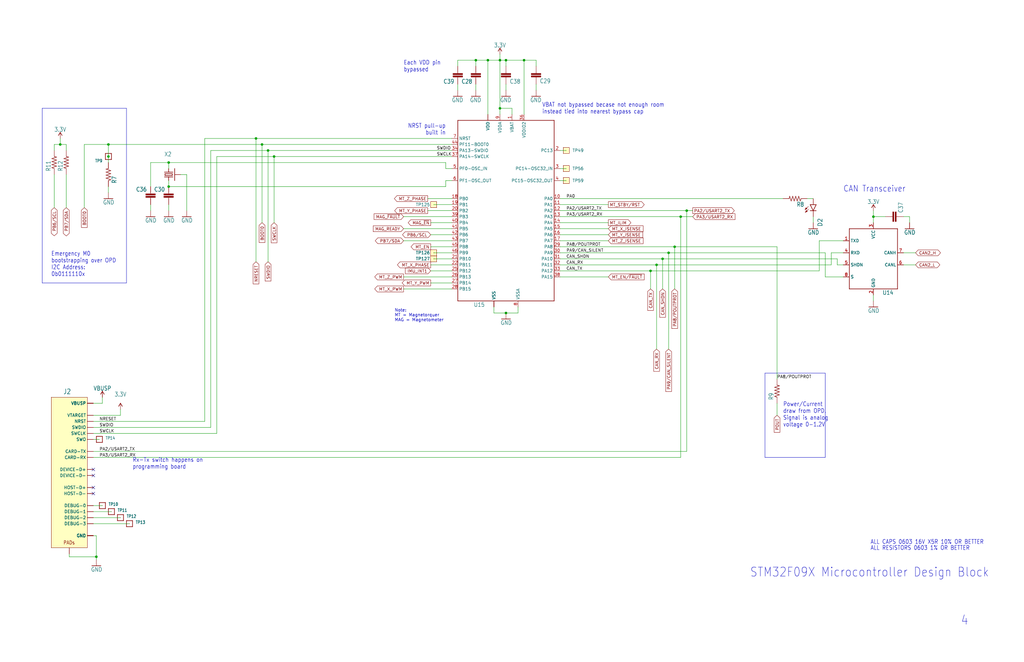
<source format=kicad_sch>
(kicad_sch (version 20231120) (generator "eeschema") (generator_version "8.0")
  (paper "B")
  (lib_symbols
    (symbol "oresat-acs-card-eagle-import:3.3V" (power)
      (property "Value" "3.3V" (at 0 2.794 0))
      (symbol "3.3V_1_0"
        (polyline (pts (xy 0 2.54) (xy -0.762 1.27)) (stroke (width 0.254)))
        (polyline (pts (xy 0.762 1.27) (xy 0 2.54)) (stroke (width 0.254)))
        (pin power_in line (at 0 0 90) (length 2.54) (name "3.3V") (number "1"))
      )
    )
    (symbol "oresat-acs-card-eagle-import:C-EU0603-C-NOSILK"
      (property "Reference" "C" (at 1.524 0.381 0))
      (property "Value" "C-EU0603-C-NOSILK" (at 1.524 -4.699 0))
      (symbol "C-EU0603-C-NOSILK_1_0"
        (rectangle (start -2.032 -2.032) (end 2.032 -1.524) (fill (type outline)))
        (rectangle (start -2.032 -1.016) (end 2.032 -0.508) (fill (type outline)))
        (polyline (pts (xy 0 -2.54) (xy 0 -2.032)) (stroke (width 0.1524)))
        (polyline (pts (xy 0 0) (xy 0 -0.508)) (stroke (width 0.1524)))
        (pin passive line (at 0 2.54 270) (length 2.54) (name "1") (number "1"))
        (pin passive line (at 0 -5.08 90) (length 2.54) (name "2") (number "2"))
      )
    )
    (symbol "oresat-acs-card-eagle-import:CRYSTAL-WITH-GND"
      (property "Reference" "X" (at 5.08 -2.54 0))
      (property "Value" "CRYSTAL-WITH-GND" (at 5.08 -5.08 0))
      (symbol "CRYSTAL-WITH-GND_1_0"
        (polyline (pts (xy -2.54 -2.54) (xy 2.54 -2.54)) (stroke (width 0.254)))
        (polyline (pts (xy -2.54 0) (xy -1.016 0)) (stroke (width 0.254)))
        (polyline (pts (xy -1.016 0) (xy -1.016 -1.778)) (stroke (width 0.254)))
        (polyline (pts (xy -1.016 1.778) (xy -1.016 0)) (stroke (width 0.254)))
        (polyline (pts (xy -0.381 -1.524) (xy 0.381 -1.524)) (stroke (width 0.254)))
        (polyline (pts (xy -0.381 1.524) (xy -0.381 -1.524)) (stroke (width 0.254)))
        (polyline (pts (xy 0.381 -1.524) (xy 0.381 1.524)) (stroke (width 0.254)))
        (polyline (pts (xy 0.381 1.524) (xy -0.381 1.524)) (stroke (width 0.254)))
        (polyline (pts (xy 1.016 0) (xy 1.016 -1.778)) (stroke (width 0.254)))
        (polyline (pts (xy 1.016 1.778) (xy 1.016 0)) (stroke (width 0.254)))
        (polyline (pts (xy 2.54 0) (xy 1.016 0)) (stroke (width 0.254)))
        (pin passive line (at -2.54 0 0) (length 0) (name "1") (number "1"))
        (pin power_in line (at 0 -5.08 90) (length 2.54) (name "SHIELD") (number "2"))
        (pin passive line (at 2.54 0 180) (length 0) (name "2") (number "3"))
        (pin power_in line (at 0 -5.08 90) (length 2.54) (name "SHIELD") (number "4"))
      )
    )
    (symbol "oresat-acs-card-eagle-import:GND" (power)
      (property "Value" "GND" (at -2.54 -2.54 0))
      (symbol "GND_1_0"
        (polyline (pts (xy -1.905 0) (xy 1.905 0)) (stroke (width 0.254)))
        (pin power_in line (at 0 2.54 270) (length 2.54) (name "GND") (number "1"))
      )
    )
    (symbol "oresat-acs-card-eagle-import:LED-GREEN0603"
      (property "Reference" "D" (at -3.429 -4.572 90))
      (property "Value" "LED-GREEN0603" (at 1.905 -4.572 90))
      (symbol "LED-GREEN0603_1_0"
        (polyline (pts (xy -2.032 -0.762) (xy -3.429 -2.159)) (stroke (width 0.1524)))
        (polyline (pts (xy -1.905 -1.905) (xy -3.302 -3.302)) (stroke (width 0.1524)))
        (polyline (pts (xy 0 -2.54) (xy -1.27 -2.54)) (stroke (width 0.254)))
        (polyline (pts (xy 0 -2.54) (xy -1.27 0)) (stroke (width 0.254)))
        (polyline (pts (xy 1.27 -2.54) (xy 0 -2.54)) (stroke (width 0.254)))
        (polyline (pts (xy 1.27 0) (xy -1.27 0)) (stroke (width 0.254)))
        (polyline (pts (xy 1.27 0) (xy 0 -2.54)) (stroke (width 0.254)))
        (polyline (pts (xy -3.429 -2.159) (xy -3.048 -1.27) (xy -2.54 -1.778)) (fill (type outline)))
        (polyline (pts (xy -3.302 -3.302) (xy -2.921 -2.413) (xy -2.413 -2.921)) (fill (type outline)))
        (pin passive line (at 0 2.54 270) (length 2.54) (name "A") (number "A"))
        (pin passive line (at 0 -5.08 90) (length 2.54) (name "C") (number "C"))
      )
    )
    (symbol "oresat-acs-card-eagle-import:R-US_0603-C-NOSILK"
      (property "Reference" "R" (at -3.81 1.4986 0))
      (property "Value" "R-US_0603-C-NOSILK" (at -3.81 -3.302 0))
      (symbol "R-US_0603-C-NOSILK_1_0"
        (polyline (pts (xy -2.54 0) (xy -2.159 1.016)) (stroke (width 0.2032)))
        (polyline (pts (xy -2.159 1.016) (xy -1.524 -1.016)) (stroke (width 0.2032)))
        (polyline (pts (xy -1.524 -1.016) (xy -0.889 1.016)) (stroke (width 0.2032)))
        (polyline (pts (xy -0.889 1.016) (xy -0.254 -1.016)) (stroke (width 0.2032)))
        (polyline (pts (xy -0.254 -1.016) (xy 0.381 1.016)) (stroke (width 0.2032)))
        (polyline (pts (xy 0.381 1.016) (xy 1.016 -1.016)) (stroke (width 0.2032)))
        (polyline (pts (xy 1.016 -1.016) (xy 1.651 1.016)) (stroke (width 0.2032)))
        (polyline (pts (xy 1.651 1.016) (xy 2.286 -1.016)) (stroke (width 0.2032)))
        (polyline (pts (xy 2.286 -1.016) (xy 2.54 0)) (stroke (width 0.2032)))
        (pin passive line (at -5.08 0 0) (length 2.54) (name "1") (number "1"))
        (pin passive line (at 5.08 0 180) (length 2.54) (name "2") (number "2"))
      )
    )
    (symbol "oresat-acs-card-eagle-import:STM32F091C"
      (property "Value" "STM32F091C" (at -20.32 40.64 0))
      (symbol "STM32F091C_1_0"
        (polyline (pts (xy -20.32 -38.1) (xy -20.32 38.1)) (stroke (width 0.254)))
        (polyline (pts (xy -20.32 38.1) (xy 20.32 38.1)) (stroke (width 0.254)))
        (polyline (pts (xy 20.32 -38.1) (xy -20.32 -38.1)) (stroke (width 0.254)))
        (polyline (pts (xy 20.32 38.1) (xy 20.32 -38.1)) (stroke (width 0.254)))
        (pin power_in line (at -2.54 40.64 270) (length 2.54) (name "VBAT") (number "1"))
        (pin bidirectional line (at -22.86 5.08 0) (length 2.54) (name "PA0") (number "10"))
        (pin bidirectional line (at -22.86 2.54 0) (length 2.54) (name "PA1") (number "11"))
        (pin bidirectional line (at -22.86 0 0) (length 2.54) (name "PA2") (number "12"))
        (pin bidirectional line (at -22.86 -2.54 0) (length 2.54) (name "PA3") (number "13"))
        (pin bidirectional line (at -22.86 -5.08 0) (length 2.54) (name "PA4") (number "14"))
        (pin bidirectional line (at -22.86 -7.62 0) (length 2.54) (name "PA5") (number "15"))
        (pin bidirectional line (at -22.86 -10.16 0) (length 2.54) (name "PA6") (number "16"))
        (pin bidirectional line (at -22.86 -12.7 0) (length 2.54) (name "PA7") (number "17"))
        (pin bidirectional line (at 22.86 5.08 180) (length 2.54) (name "PB0") (number "18"))
        (pin bidirectional line (at 22.86 2.54 180) (length 2.54) (name "PB1") (number "19"))
        (pin bidirectional line (at -22.86 25.4 0) (length 2.54) (name "PC13") (number "2"))
        (pin bidirectional line (at 22.86 0 180) (length 2.54) (name "PB2") (number "20"))
        (pin bidirectional line (at 22.86 -20.32 180) (length 2.54) (name "PB10") (number "21"))
        (pin bidirectional line (at 22.86 -22.86 180) (length 2.54) (name "PB11") (number "22"))
        (pin power_in line (at 5.08 -40.64 90) (length 2.54) (name "VSS") (number "23"))
        (pin power_in line (at 7.62 40.64 270) (length 2.54) (name "VDD") (number "24"))
        (pin bidirectional line (at 22.86 -25.4 180) (length 2.54) (name "PB12") (number "25"))
        (pin bidirectional line (at 22.86 -27.94 180) (length 2.54) (name "PB13") (number "26"))
        (pin bidirectional line (at 22.86 -30.48 180) (length 2.54) (name "PB14") (number "27"))
        (pin bidirectional line (at 22.86 -33.02 180) (length 2.54) (name "PB15") (number "28"))
        (pin bidirectional line (at -22.86 -15.24 0) (length 2.54) (name "PA8") (number "29"))
        (pin bidirectional line (at -22.86 17.78 0) (length 2.54) (name "PC14-OSC32_IN") (number "3"))
        (pin bidirectional line (at -22.86 -17.78 0) (length 2.54) (name "PA9") (number "30"))
        (pin bidirectional line (at -22.86 -20.32 0) (length 2.54) (name "PA10") (number "31"))
        (pin bidirectional line (at -22.86 -22.86 0) (length 2.54) (name "PA11") (number "32"))
        (pin bidirectional line (at -22.86 -25.4 0) (length 2.54) (name "PA12") (number "33"))
        (pin bidirectional line (at 22.86 25.4 180) (length 2.54) (name "PA13-SWDIO") (number "34"))
        (pin power_in line (at 5.08 -40.64 90) (length 2.54) (name "VSS") (number "35"))
        (pin power_in line (at -7.62 40.64 270) (length 2.54) (name "VDDIO2") (number "36"))
        (pin bidirectional line (at 22.86 22.86 180) (length 2.54) (name "PA14-SWCLK") (number "37"))
        (pin bidirectional line (at -22.86 -27.94 0) (length 2.54) (name "PA15") (number "38"))
        (pin bidirectional line (at 22.86 -2.54 180) (length 2.54) (name "PB3") (number "39"))
        (pin bidirectional line (at -22.86 12.7 0) (length 2.54) (name "PC15-OSC32_OUT") (number "4"))
        (pin bidirectional line (at 22.86 -5.08 180) (length 2.54) (name "PB4") (number "40"))
        (pin bidirectional line (at 22.86 -7.62 180) (length 2.54) (name "PB5") (number "41"))
        (pin bidirectional line (at 22.86 -10.16 180) (length 2.54) (name "PB6") (number "42"))
        (pin bidirectional line (at 22.86 -12.7 180) (length 2.54) (name "PB7") (number "43"))
        (pin bidirectional line (at 22.86 27.94 180) (length 2.54) (name "PF11-BOOT0") (number "44"))
        (pin bidirectional line (at 22.86 -15.24 180) (length 2.54) (name "PB8") (number "45"))
        (pin bidirectional line (at 22.86 -17.78 180) (length 2.54) (name "PB9") (number "46"))
        (pin power_in line (at 5.08 -40.64 90) (length 2.54) (name "VSS") (number "47"))
        (pin power_in line (at 7.62 40.64 270) (length 2.54) (name "VDD") (number "48"))
        (pin bidirectional line (at 22.86 17.78 180) (length 2.54) (name "PF0-OSC_IN") (number "5"))
        (pin bidirectional line (at 22.86 12.7 180) (length 2.54) (name "PF1-OSC_OUT") (number "6"))
        (pin bidirectional line (at 22.86 30.48 180) (length 2.54) (name "NRST") (number "7"))
        (pin power_in line (at -5.08 -40.64 90) (length 2.54) (name "VSSA") (number "8"))
        (pin power_in line (at 2.54 40.64 270) (length 2.54) (name "VDDA") (number "9"))
      )
    )
    (symbol "oresat-acs-card-eagle-import:TCAN330"
      (property "Reference" "U" (at 7.62 -17.78 0))
      (property "Value" "TCAN330" (at 7.62 -20.32 0))
      (symbol "TCAN330_1_0"
        (polyline (pts (xy -10.16 -12.7) (xy 10.16 -12.7)) (stroke (width 0.254)))
        (polyline (pts (xy -10.16 12.7) (xy -10.16 -12.7)) (stroke (width 0.254)))
        (polyline (pts (xy 10.16 -12.7) (xy 10.16 12.7)) (stroke (width 0.254)))
        (polyline (pts (xy 10.16 12.7) (xy -10.16 12.7)) (stroke (width 0.254)))
        (pin input line (at -12.7 7.62 0) (length 2.54) (name "TXD") (number "1"))
        (pin power_in line (at 0 -15.24 90) (length 2.54) (name "GND") (number "2"))
        (pin power_in line (at 0 15.24 270) (length 2.54) (name "VCC") (number "3"))
        (pin output line (at -12.7 2.54 0) (length 2.54) (name "RXD") (number "4"))
        (pin input line (at -12.7 -2.54 0) (length 2.54) (name "SHDN") (number "5"))
        (pin bidirectional line (at 12.7 -2.54 180) (length 2.54) (name "CANL") (number "6"))
        (pin bidirectional line (at 12.7 2.54 180) (length 2.54) (name "CANH") (number "7"))
        (pin input line (at -12.7 -7.62 0) (length 2.54) (name "S") (number "8"))
      )
    )
    (symbol "oresat-acs-card-eagle-import:TEST-POINT-LARGE-SQUARE"
      (property "Reference" "TP" (at -2.54 2.54 0))
      (symbol "TEST-POINT-LARGE-SQUARE_1_0"
        (polyline (pts (xy -1.27 -1.27) (xy -1.27 1.27)) (stroke (width 0.254)))
        (polyline (pts (xy -1.27 1.27) (xy 1.27 1.27)) (stroke (width 0.254)))
        (polyline (pts (xy 1.27 -1.27) (xy -1.27 -1.27)) (stroke (width 0.254)))
        (polyline (pts (xy 1.27 1.27) (xy 1.27 -1.27)) (stroke (width 0.254)))
        (pin passive line (at 0 0 0) (length 0) (name "1") (number "1"))
      )
    )
    (symbol "oresat-acs-card-eagle-import:VBUSP" (power)
      (property "Value" "VBUSP" (at 0 2.794 0))
      (symbol "VBUSP_1_0"
        (polyline (pts (xy 0 2.54) (xy -0.762 1.27)) (stroke (width 0.254)))
        (polyline (pts (xy 0.762 1.27) (xy 0 2.54)) (stroke (width 0.254)))
        (pin power_in line (at 0 0 90) (length 2.54) (name "VBUSP") (number "1"))
      )
    )
    (symbol "oresat-connectors:J-TE-2-1734592-0"
      (property "Reference" "J" (at 0 35.56 0))
      (property "Value" "2-1734592-0" (at 0 33.02 0))
      (symbol "J-TE-2-1734592-0_0_1"
        (rectangle (start -7.62 30.48) (end 7.62 -33.02) (fill (type background)))
      )
      (symbol "J-TE-2-1734592-0_1_0"
        (text "PADs" (at -2.54 -31.75 0) (effects (font (size 1.524 1.2954)) (justify left bottom)))
        (pin passive line (at 10.16 27.94 180) (length 2.54) (name "VBUSP") (number "1"))
        (pin passive line (at 10.16 20.32 180) (length 2.54) (name "NRST") (number "10"))
        (pin passive line (at 10.16 22.86 180) (length 2.54) (name "VTARGET") (number "11"))
        (pin passive line (at 10.16 5.08 180) (length 2.54) (name "CARD-RX") (number "12"))
        (pin passive line (at 10.16 7.62 180) (length 2.54) (name "CARD-TX") (number "13"))
        (pin passive line (at 10.16 17.78 180) (length 2.54) (name "SWDIO") (number "14"))
        (pin passive line (at 10.16 15.24 180) (length 2.54) (name "SWCLK") (number "15"))
        (pin passive line (at 10.16 12.7 180) (length 2.54) (name "SWO") (number "16"))
        (pin passive line (at 10.16 -15.24 180) (length 2.54) (name "DEBUG-0") (number "17"))
        (pin passive line (at 10.16 -17.78 180) (length 2.54) (name "DEBUG-1") (number "18"))
        (pin passive line (at 10.16 -20.32 180) (length 2.54) (name "DEBUG-2") (number "19"))
        (pin passive line (at 10.16 27.94 180) (length 2.54) (name "VBUSP") (number "2"))
        (pin passive line (at 10.16 -22.86 180) (length 2.54) (name "DEBUG-3") (number "20"))
        (pin passive line (at 10.16 -27.94 180) (length 2.54) (name "GND") (number "3"))
        (pin passive line (at 10.16 0 180) (length 2.54) (name "DEVICE-D+") (number "4"))
        (pin passive line (at 10.16 -2.54 180) (length 2.54) (name "DEVICE-D-") (number "5"))
        (pin passive line (at 10.16 -27.94 180) (length 2.54) (name "GND") (number "6"))
        (pin passive line (at 10.16 -7.62 180) (length 2.54) (name "HOST-D+") (number "7"))
        (pin passive line (at 10.16 -10.16 180) (length 2.54) (name "HOST-D-") (number "8"))
        (pin passive line (at 10.16 -27.94 180) (length 2.54) (name "GND") (number "9"))
        (pin passive line (at 0 -35.56 90) (length 2.54) (name "PAD") (number "PAD1"))
        (pin passive line (at 0 -35.56 90) (length 2.54) (name "PAD") (number "PAD2"))
      )
    )
    (symbol "oresat-misc:Test-Point-0.75mm-th"
      (property "Reference" "TP" (at 0 2.54 0))
      (symbol "Test-Point-0.75mm-th_1_0"
        (pin passive line (at 0 0 0) (length 0) (name "1") (number "1"))
      )
      (symbol "Test-Point-0.75mm-th_1_1"
        (rectangle (start -1.27 1.27) (end 1.27 -1.27) (fill (type background)))
      )
    )
  )
  (junction (at 45.72 66.04))
  (junction (at 220.98 25.4))
  (junction (at 205.74 25.4))
  (junction (at 287.02 91.44))
  (junction (at 25.4 60.96))
  (junction (at 40.64 234.95))
  (junction (at 274.32 114.3))
  (junction (at 210.82 45.72))
  (junction (at 110.49 60.96))
  (junction (at 279.4 109.22))
  (junction (at 115.57 66.04))
  (junction (at 276.86 111.76))
  (junction (at 200.66 25.4))
  (junction (at 368.3 91.44))
  (junction (at 213.36 132.08))
  (junction (at 213.36 25.4))
  (junction (at 71.12 78.74))
  (junction (at 113.03 63.5))
  (junction (at 45.72 60.96))
  (junction (at 210.82 25.4))
  (junction (at 289.56 88.9))
  (junction (at 107.95 58.42))
  (junction (at 281.94 106.68))
  (junction (at 284.48 104.14))
  (junction (at 71.12 68.58))
  (no_connect (at 39.37 208.28))
  (no_connect (at 39.37 205.74))
  (no_connect (at 39.37 200.66))
  (no_connect (at 39.37 198.12))
  (wire (pts (xy 63.5 88.9) (xy 63.5 86.36)))
  (wire (pts (xy 236.22 91.44) (xy 287.02 91.44)))
  (wire (pts (xy 213.36 25.4) (xy 210.82 25.4)))
  (wire (pts (xy 43.18 170.18) (xy 43.18 167.64)))
  (wire (pts (xy 29.21 233.68) (xy 29.21 234.95)))
  (wire (pts (xy 200.66 27.94) (xy 200.66 25.4)))
  (wire (pts (xy 91.44 182.88) (xy 91.44 66.04)))
  (wire (pts (xy 91.44 66.04) (xy 115.57 66.04)))
  (wire (pts (xy 193.04 27.94) (xy 193.04 25.4)))
  (wire (pts (xy 345.44 101.6) (xy 345.44 114.3)))
  (wire (pts (xy 327.66 170.18) (xy 327.66 175.26)))
  (wire (pts (xy 35.56 60.96) (xy 35.56 87.63)))
  (wire (pts (xy 289.56 88.9) (xy 292.1 88.9)))
  (wire (pts (xy 236.22 86.36) (xy 256.54 86.36)))
  (wire (pts (xy 25.4 60.96) (xy 27.94 60.96)))
  (wire (pts (xy 287.02 91.44) (xy 287.02 193.04)))
  (wire (pts (xy 287.02 91.44) (xy 292.1 91.44)))
  (wire (pts (xy 284.48 104.14) (xy 284.48 121.92)))
  (wire (pts (xy 276.86 111.76) (xy 276.86 147.32)))
  (wire (pts (xy 39.37 226.06) (xy 40.64 226.06)))
  (wire (pts (xy 350.52 111.76) (xy 276.86 111.76)))
  (wire (pts (xy 71.12 78.74) (xy 71.12 76.2)))
  (wire (pts (xy 215.9 45.72) (xy 210.82 45.72)))
  (wire (pts (xy 208.28 132.08) (xy 208.28 129.54)))
  (wire (pts (xy 353.06 111.76) (xy 353.06 109.22)))
  (wire (pts (xy 368.3 127) (xy 368.3 124.46)))
  (wire (pts (xy 27.94 87.63) (xy 27.94 73.66)))
  (wire (pts (xy 46.99 215.9) (xy 39.37 215.9)))
  (wire (pts (xy 88.9 180.34) (xy 88.9 63.5)))
  (wire (pts (xy 210.82 48.26) (xy 210.82 45.72)))
  (wire (pts (xy 368.3 91.44) (xy 373.38 91.44)))
  (wire (pts (xy 350.52 106.68) (xy 350.52 111.76)))
  (wire (pts (xy 274.32 114.3) (xy 274.32 121.92)))
  (wire (pts (xy 71.12 68.58) (xy 71.12 71.12)))
  (wire (pts (xy 107.95 58.42) (xy 190.5 58.42)))
  (wire (pts (xy 226.06 38.1) (xy 226.06 35.56)))
  (wire (pts (xy 190.5 91.44) (xy 170.18 91.44)))
  (wire (pts (xy 78.74 73.66) (xy 76.2 73.66)))
  (wire (pts (xy 22.86 60.96) (xy 25.4 60.96)))
  (wire (pts (xy 213.36 27.94) (xy 213.36 25.4)))
  (wire (pts (xy 220.98 25.4) (xy 213.36 25.4)))
  (wire (pts (xy 190.5 114.3) (xy 181.61 114.3)))
  (wire (pts (xy 190.5 121.92) (xy 170.18 121.92)))
  (wire (pts (xy 236.22 76.2) (xy 238.76 76.2)))
  (wire (pts (xy 110.49 60.96) (xy 45.72 60.96)))
  (wire (pts (xy 187.96 71.12) (xy 187.96 68.58)))
  (wire (pts (xy 29.21 234.95) (xy 40.64 234.95)))
  (wire (pts (xy 213.36 35.56) (xy 213.36 38.1)))
  (wire (pts (xy 190.5 60.96) (xy 110.49 60.96)))
  (wire (pts (xy 236.22 63.5) (xy 238.76 63.5)))
  (wire (pts (xy 182.88 106.68) (xy 190.5 106.68)))
  (wire (pts (xy 45.72 66.04) (xy 45.72 60.96)))
  (wire (pts (xy 39.37 177.8) (xy 86.36 177.8)))
  (wire (pts (xy 45.72 60.96) (xy 35.56 60.96)))
  (wire (pts (xy 107.95 58.42) (xy 107.95 110.49)))
  (polyline (pts (xy 322.58 157.48) (xy 322.58 193.04)))
  (wire (pts (xy 226.06 25.4) (xy 226.06 27.94)))
  (wire (pts (xy 115.57 66.04) (xy 115.57 93.98)))
  (polyline (pts (xy 53.34 45.72) (xy 17.78 45.72)))
  (wire (pts (xy 383.54 91.44) (xy 383.54 93.98)))
  (wire (pts (xy 39.37 213.36) (xy 43.18 213.36)))
  (wire (pts (xy 190.5 99.06) (xy 181.61 99.06)))
  (wire (pts (xy 86.36 58.42) (xy 107.95 58.42)))
  (wire (pts (xy 220.98 25.4) (xy 226.06 25.4)))
  (wire (pts (xy 342.9 91.44) (xy 342.9 93.98)))
  (wire (pts (xy 236.22 96.52) (xy 256.54 96.52)))
  (wire (pts (xy 213.36 132.08) (xy 218.44 132.08)))
  (wire (pts (xy 63.5 78.74) (xy 63.5 68.58)))
  (wire (pts (xy 236.22 93.98) (xy 256.54 93.98)))
  (wire (pts (xy 190.5 96.52) (xy 170.18 96.52)))
  (wire (pts (xy 39.37 218.44) (xy 50.8 218.44)))
  (wire (pts (xy 113.03 63.5) (xy 113.03 110.49)))
  (wire (pts (xy 50.8 175.26) (xy 50.8 172.72)))
  (wire (pts (xy 289.56 88.9) (xy 289.56 190.5)))
  (wire (pts (xy 215.9 48.26) (xy 215.9 45.72)))
  (polyline (pts (xy 17.78 119.38) (xy 53.34 119.38)))
  (wire (pts (xy 182.88 86.36) (xy 190.5 86.36)))
  (wire (pts (xy 340.36 83.82) (xy 342.9 83.82)))
  (wire (pts (xy 190.5 101.6) (xy 170.18 101.6)))
  (polyline (pts (xy 17.78 45.72) (xy 17.78 119.38)))
  (wire (pts (xy 71.12 88.9) (xy 71.12 86.36)))
  (wire (pts (xy 190.5 71.12) (xy 187.96 71.12)))
  (wire (pts (xy 181.61 104.14) (xy 190.5 104.14)))
  (wire (pts (xy 27.94 60.96) (xy 27.94 63.5)))
  (wire (pts (xy 180.34 88.9) (xy 190.5 88.9)))
  (wire (pts (xy 281.94 106.68) (xy 347.98 106.68)))
  (wire (pts (xy 353.06 109.22) (xy 279.4 109.22)))
  (wire (pts (xy 276.86 111.76) (xy 236.22 111.76)))
  (polyline (pts (xy 347.98 157.48) (xy 322.58 157.48)))
  (wire (pts (xy 210.82 25.4) (xy 210.82 22.86)))
  (wire (pts (xy 39.37 175.26) (xy 50.8 175.26)))
  (wire (pts (xy 181.61 111.76) (xy 190.5 111.76)))
  (wire (pts (xy 86.36 58.42) (xy 86.36 177.8)))
  (wire (pts (xy 213.36 132.08) (xy 208.28 132.08)))
  (wire (pts (xy 54.61 220.98) (xy 39.37 220.98)))
  (wire (pts (xy 190.5 76.2) (xy 187.96 76.2)))
  (wire (pts (xy 22.86 63.5) (xy 22.86 60.96)))
  (wire (pts (xy 381 111.76) (xy 386.08 111.76)))
  (wire (pts (xy 368.3 93.98) (xy 368.3 91.44)))
  (wire (pts (xy 110.49 60.96) (xy 110.49 93.98)))
  (wire (pts (xy 281.94 106.68) (xy 281.94 147.32)))
  (wire (pts (xy 91.44 182.88) (xy 39.37 182.88)))
  (wire (pts (xy 190.5 119.38) (xy 181.61 119.38)))
  (wire (pts (xy 236.22 88.9) (xy 289.56 88.9)))
  (wire (pts (xy 113.03 63.5) (xy 190.5 63.5)))
  (wire (pts (xy 279.4 109.22) (xy 279.4 121.92)))
  (wire (pts (xy 327.66 160.02) (xy 327.66 104.14)))
  (wire (pts (xy 274.32 114.3) (xy 345.44 114.3)))
  (wire (pts (xy 368.3 91.44) (xy 368.3 88.9)))
  (wire (pts (xy 180.34 83.82) (xy 190.5 83.82)))
  (polyline (pts (xy 347.98 193.04) (xy 347.98 157.48)))
  (wire (pts (xy 236.22 71.12) (xy 238.76 71.12)))
  (wire (pts (xy 45.72 68.58) (xy 45.72 66.04)))
  (wire (pts (xy 88.9 180.34) (xy 39.37 180.34)))
  (wire (pts (xy 287.02 193.04) (xy 39.37 193.04)))
  (wire (pts (xy 40.64 234.95) (xy 40.64 236.22)))
  (wire (pts (xy 236.22 83.82) (xy 330.2 83.82)))
  (wire (pts (xy 236.22 99.06) (xy 256.54 99.06)))
  (wire (pts (xy 39.37 170.18) (xy 43.18 170.18)))
  (wire (pts (xy 205.74 48.26) (xy 205.74 25.4)))
  (wire (pts (xy 236.22 101.6) (xy 256.54 101.6)))
  (wire (pts (xy 220.98 25.4) (xy 220.98 48.26)))
  (wire (pts (xy 218.44 132.08) (xy 218.44 129.54)))
  (wire (pts (xy 284.48 104.14) (xy 236.22 104.14)))
  (wire (pts (xy 193.04 25.4) (xy 200.66 25.4)))
  (wire (pts (xy 88.9 63.5) (xy 113.03 63.5)))
  (wire (pts (xy 190.5 116.84) (xy 170.18 116.84)))
  (wire (pts (xy 289.56 190.5) (xy 39.37 190.5)))
  (wire (pts (xy 182.88 109.22) (xy 190.5 109.22)))
  (wire (pts (xy 327.66 104.14) (xy 284.48 104.14)))
  (wire (pts (xy 187.96 78.74) (xy 71.12 78.74)))
  (wire (pts (xy 347.98 106.68) (xy 347.98 116.84)))
  (wire (pts (xy 187.96 76.2) (xy 187.96 78.74)))
  (wire (pts (xy 115.57 66.04) (xy 190.5 66.04)))
  (wire (pts (xy 193.04 35.56) (xy 193.04 38.1)))
  (wire (pts (xy 347.98 116.84) (xy 355.6 116.84)))
  (wire (pts (xy 41.91 185.42) (xy 39.37 185.42)))
  (wire (pts (xy 381 106.68) (xy 386.08 106.68)))
  (polyline (pts (xy 53.34 119.38) (xy 53.34 45.72)))
  (wire (pts (xy 236.22 116.84) (xy 256.54 116.84)))
  (wire (pts (xy 355.6 106.68) (xy 350.52 106.68)))
  (wire (pts (xy 78.74 88.9) (xy 78.74 73.66)))
  (wire (pts (xy 45.72 78.74) (xy 45.72 81.28)))
  (wire (pts (xy 22.86 87.63) (xy 22.86 73.66)))
  (wire (pts (xy 355.6 101.6) (xy 345.44 101.6)))
  (polyline (pts (xy 322.58 193.04) (xy 347.98 193.04)))
  (wire (pts (xy 210.82 45.72) (xy 210.82 25.4)))
  (wire (pts (xy 200.66 25.4) (xy 205.74 25.4)))
  (wire (pts (xy 236.22 106.68) (xy 281.94 106.68)))
  (wire (pts (xy 25.4 60.96) (xy 25.4 58.42)))
  (wire (pts (xy 40.64 226.06) (xy 40.64 234.95)))
  (wire (pts (xy 63.5 68.58) (xy 71.12 68.58)))
  (wire (pts (xy 355.6 111.76) (xy 353.06 111.76)))
  (wire (pts (xy 187.96 68.58) (xy 71.12 68.58)))
  (wire (pts (xy 236.22 114.3) (xy 274.32 114.3)))
  (wire (pts (xy 381 91.44) (xy 383.54 91.44)))
  (wire (pts (xy 205.74 25.4) (xy 210.82 25.4)))
  (wire (pts (xy 190.5 93.98) (xy 181.61 93.98)))
  (wire (pts (xy 200.66 38.1) (xy 200.66 35.56)))
  (wire (pts (xy 279.4 109.22) (xy 236.22 109.22)))
  (text "Emergency M0\nbootstrapping over OPD\nI2C Address:\n0b0111110x" (at 21.59 116.84 0) (effects (font (size 1.778 1.5113)) (justify left bottom)))
  (text "ALL CAPS 0603 16V X5R 10% OR BETTER" (at 367.03 229.87 0) (effects (font (size 1.778 1.5113)) (justify left bottom)))
  (text "NRST pull-up\nbuilt in" (at 187.96 57.15 0) (effects (font (size 1.778 1.5113)) (justify right bottom)))
  (text "Power/Current\ndraw from OPD.\nSignal is analog\nvoltage 0-1.2V" (at 330.2 180.34 0) (effects (font (size 1.778 1.5113)) (justify left bottom)))
  (text "VBAT not bypassed becase not enough room\ninstead tied into nearest bypass cap" (at 228.6 48.26 0) (effects (font (size 1.778 1.5113)) (justify left bottom)))
  (text "Rx-Tx switch happens on\nprogramming board" (at 55.88 198.12 0) (effects (font (size 1.778 1.5113)) (justify left bottom)))
  (text "CAN Transceiver" (at 355.6 81.28 0) (effects (font (size 2.54 2.159)) (justify left bottom)))
  (text "ALL RESISTORS 0603 1% OR BETTER" (at 367.03 232.41 0) (effects (font (size 1.778 1.5113)) (justify left bottom)))
  (text "STM32F09X Microcontroller Design Block" (at 316.23 243.84 0) (effects (font (size 3.81 3.2385)) (justify left bottom)))
  (text "4" (at 405.13 264.16 0) (effects (font (size 3.81 3.2385)) (justify left bottom)))
  (text "Each VDD pin\nbypassed" (at 170.18 30.48 0) (effects (font (size 1.778 1.5113)) (justify left bottom)))
  (text "Note:\nMT = Magnetorquer\nMAG = Magnetometer" (at 166.37 135.89 0) (effects (font (size 1.27 1.27)) (justify left bottom)))
  (label "PA2/USART2_TX" (at 238.76 88.9 0) (effects (font (size 1.2446 1.2446))))
  (label "NRESET" (at 41.91 177.8 0) (effects (font (size 1.2446 1.2446))))
  (label "SWDIO" (at 184.15 63.5 0) (effects (font (size 1.2446 1.2446))))
  (label "CAN_SHDN" (at 238.76 109.22 0) (effects (font (size 1.2446 1.2446))))
  (label "PA9/CAN_SILENT" (at 238.76 106.68 0) (effects (font (size 1.2446 1.2446))))
  (label "PA3/USART2_RX" (at 238.76 91.44 0) (effects (font (size 1.2446 1.2446))))
  (label "SWCLK" (at 41.91 182.88 0) (effects (font (size 1.2446 1.2446))))
  (label "PA0" (at 238.76 83.82 0))
  (label "SWCLK" (at 184.15 66.04 0) (effects (font (size 1.2446 1.2446))))
  (label "SWDIO" (at 41.91 180.34 0) (effects (font (size 1.2446 1.2446))))
  (label "CAN_RX" (at 238.76 111.76 0) (effects (font (size 1.2446 1.2446))))
  (label "PA8/POUTPROT" (at 327.66 160.02 0) (effects (font (size 1.2446 1.2446))))
  (label "CAN_TX" (at 238.76 114.3 0) (effects (font (size 1.2446 1.2446))))
  (label "PA3/USART2_RX" (at 41.91 193.04 0) (effects (font (size 1.2446 1.2446))))
  (label "PA2/USART2_TX" (at 41.91 190.5 0) (effects (font (size 1.2446 1.2446))))
  (label "PA8/POUTPROT" (at 238.76 104.14 0) (effects (font (size 1.2446 1.2446))))
  (global_label "MT_X_PWM" (shape output) (at 170.18 121.92 180) (property "Intersheetrefs" "${INTERSHEET_REFS}" (at 157.5377 121.92 0) (effects (justify right))))
  (global_label "MAG_READY" (shape input) (at 170.18 96.52 180) (effects (font (size 1.2446 1.2446))) (property "Intersheetrefs" "${INTERSHEET_REFS}" (at 156.9016 96.52 0) (effects (font (size 1.2446 1.2446)) (justify right))))
  (global_label "MT_X_ISENSE" (shape input) (at 256.54 96.52 0) (property "Intersheetrefs" "${INTERSHEET_REFS}" (at 271.6618 96.52 0) (effects (justify left))))
  (global_label "CAN_TX" (shape input) (at 274.32 121.92 270) (effects (font (size 1.2446 1.2446))) (property "Intersheetrefs" "${INTERSHEET_REFS}" (at 274.2422 130.9819 90) (effects (font (size 1.2446 1.2446)) (justify right))))
  (global_label "MT_X_PHASE" (shape output) (at 181.61 111.76 180) (property "Intersheetrefs" "${INTERSHEET_REFS}" (at 167.0929 111.76 0) (effects (justify right))))
  (global_label "MT_Y_PWM" (shape output) (at 181.61 119.38 180) (property "Intersheetrefs" "${INTERSHEET_REFS}" (at 169.0886 119.38 0) (effects (justify right))))
  (global_label "CAN2_L" (shape bidirectional) (at 386.08 111.76 0) (effects (font (size 1.2446 1.2446))) (property "Intersheetrefs" "${INTERSHEET_REFS}" (at -22.86 -27.94 0)))
  (global_label "IMU_INT1" (shape input) (at 181.61 114.3 180) (effects (font (size 1.2446 1.2446))) (property "Intersheetrefs" "${INTERSHEET_REFS}" (at 170.4651 114.3 0) (effects (justify right))))
  (global_label "PA8{slash}POUTPROT" (shape input) (at 284.48 121.92 270) (effects (font (size 1.2446 1.2446))) (property "Intersheetrefs" "${INTERSHEET_REFS}" (at 284.4022 138.6273 90) (effects (font (size 1.2446 1.2446)) (justify right))))
  (global_label "PB6/SCL" (shape bidirectional) (at 181.61 99.06 180) (effects (font (size 1.2446 1.2446))) (property "Intersheetrefs" "${INTERSHEET_REFS}" (at 334.01 -368.3 0)))
  (global_label "BOOT0" (shape input) (at 35.56 87.63 270) (effects (font (size 1.2446 1.2446))) (property "Intersheetrefs" "${INTERSHEET_REFS}" (at 35.4822 95.9807 90) (effects (font (size 1.2446 1.2446)) (justify right))))
  (global_label "SWDIO" (shape input) (at 113.03 110.49 270) (effects (font (size 1.2446 1.2446))) (property "Intersheetrefs" "${INTERSHEET_REFS}" (at 112.9522 118.6037 90) (effects (font (size 1.2446 1.2446)) (justify right))))
  (global_label "PB7{slash}SDA" (shape bidirectional) (at 27.94 87.63 270) (effects (font (size 1.2446 1.2446))) (property "Intersheetrefs" "${INTERSHEET_REFS}" (at 27.94 100.0415 90) (effects (font (size 1.2446 1.2446)) (justify right))))
  (global_label "PA2{slash}USART2_TX" (shape output) (at 292.1 88.9 0) (property "Intersheetrefs" "${INTERSHEET_REFS}" (at 310.1248 88.9 0) (effects (justify left))))
  (global_label "BOOT0" (shape input) (at 110.49 93.98 270) (effects (font (size 1.2446 1.2446))) (property "Intersheetrefs" "${INTERSHEET_REFS}" (at 110.4122 102.3307 90) (effects (font (size 1.2446 1.2446)) (justify right))))
  (global_label "CAN_SHDN" (shape input) (at 279.4 121.92 270) (effects (font (size 1.2446 1.2446))) (property "Intersheetrefs" "${INTERSHEET_REFS}" (at 279.3222 133.886 90) (effects (font (size 1.2446 1.2446)) (justify right))))
  (global_label "CAN_RX" (shape input) (at 276.86 147.32 270) (effects (font (size 1.2446 1.2446))) (property "Intersheetrefs" "${INTERSHEET_REFS}" (at 276.7822 156.6783 90) (effects (font (size 1.2446 1.2446)) (justify right))))
  (global_label "MT_Z_PWM" (shape output) (at 170.18 116.84 180) (property "Intersheetrefs" "${INTERSHEET_REFS}" (at 157.5377 116.84 0) (effects (justify right))))
  (global_label "MT_Y_PHASE" (shape output) (at 180.34 88.9 180) (property "Intersheetrefs" "${INTERSHEET_REFS}" (at 165.9438 88.9 0) (effects (justify right))))
  (global_label "PB6{slash}SCL" (shape bidirectional) (at 22.86 87.63 270) (effects (font (size 1.2446 1.2446))) (property "Intersheetrefs" "${INTERSHEET_REFS}" (at 22.86 99.9822 90) (effects (font (size 1.2446 1.2446)) (justify right))))
  (global_label "SWCLK" (shape input) (at 115.57 93.98 270) (effects (font (size 1.2446 1.2446))) (property "Intersheetrefs" "${INTERSHEET_REFS}" (at 115.4922 102.4493 90) (effects (font (size 1.2446 1.2446)) (justify right))))
  (global_label "MT_EN" (shape output) (at 181.61 104.14 180) (property "Intersheetrefs" "${INTERSHEET_REFS}" (at 172.8381 104.14 0) (effects (justify right))))
  (global_label "POUT" (shape input) (at 327.66 175.26 270) (effects (font (size 1.2446 1.2446))) (property "Intersheetrefs" "${INTERSHEET_REFS}" (at 327.66 182.9081 90) (effects (justify right))))
  (global_label "MT_STBY{slash}RST" (shape output) (at 256.54 86.36 0) (property "Intersheetrefs" "${INTERSHEET_REFS}" (at 272.1457 86.36 0) (effects (justify left))))
  (global_label "PA9{slash}CAN_SILENT" (shape input) (at 281.94 147.32 270) (effects (font (size 1.2446 1.2446))) (property "Intersheetrefs" "${INTERSHEET_REFS}" (at 281.8622 165.2127 90) (effects (font (size 1.2446 1.2446)) (justify right))))
  (global_label "NRESET" (shape input) (at 107.95 110.49 270) (effects (font (size 1.2446 1.2446))) (property "Intersheetrefs" "${INTERSHEET_REFS}" (at 107.8722 119.789 90) (effects (font (size 1.2446 1.2446)) (justify right))))
  (global_label "MT_Y_ISENSE" (shape input) (at 256.54 99.06 0) (property "Intersheetrefs" "${INTERSHEET_REFS}" (at 271.5409 99.06 0) (effects (justify left))))
  (global_label "MT_EN{slash}~{FAULT}" (shape input) (at 256.54 116.84 0) (property "Intersheetrefs" "${INTERSHEET_REFS}" (at 272.1458 116.84 0) (effects (justify left))))
  (global_label "MAG_~{FAULT}" (shape input) (at 170.18 91.44 180) (effects (font (size 1.2446 1.2446))) (property "Intersheetrefs" "${INTERSHEET_REFS}" (at 157.2572 91.44 0) (effects (font (size 1.2446 1.2446)) (justify right))))
  (global_label "PA3{slash}USART2_RX" (shape input) (at 292.1 91.44 0) (property "Intersheetrefs" "${INTERSHEET_REFS}" (at 309.9345 91.3606 0) (effects (justify left))))
  (global_label "MT_Z_PHASE" (shape output) (at 180.34 83.82 180) (property "Intersheetrefs" "${INTERSHEET_REFS}" (at 165.8229 83.82 0) (effects (justify right))))
  (global_label "CAN2_H" (shape bidirectional) (at 386.08 106.68 0) (effects (font (size 1.2446 1.2446))) (property "Intersheetrefs" "${INTERSHEET_REFS}" (at -22.86 -27.94 0)))
  (global_label "PB7/SDA" (shape bidirectional) (at 170.18 101.6 180) (effects (font (size 1.2446 1.2446))) (property "Intersheetrefs" "${INTERSHEET_REFS}" (at 299.72 -363.22 0)))
  (global_label "MT_ILIM" (shape output) (at 256.54 93.98 0) (property "Intersheetrefs" "${INTERSHEET_REFS}" (at 266.5215 93.98 0) (effects (justify left))))
  (global_label "MAG_~{EN}" (shape output) (at 181.61 93.98 180) (effects (font (size 1.2446 1.2446))) (property "Intersheetrefs" "${INTERSHEET_REFS}" (at 171.6505 93.98 0) (effects (font (size 1.2446 1.2446)) (justify right))))
  (global_label "MT_Z_ISENSE" (shape input) (at 256.54 101.6 0) (property "Intersheetrefs" "${INTERSHEET_REFS}" (at 271.6618 101.6 0) (effects (justify left))))
  (symbol (lib_id "oresat-acs-card-eagle-import:GND") (at 193.04 40.64 0) (unit 1)
    (property "Reference" "#GND060" (effects (hide yes)))
    (property "Value" "GND" (at 190.5 43.18 0) (effects (font (size 1.778 1.5113)) (justify left bottom)))
  )
  (symbol (lib_id "oresat-acs-card-eagle-import:VBUSP") (at 43.18 167.64 0) (unit 1)
    (property "Reference" "#VBUSP03" (effects (hide yes)))
    (property "Value" "VBUSP" (at 43.18 164.846 0) (effects (font (size 1.778 1.5113)) (justify bottom)))
  )
  (symbol (lib_id "oresat-acs-card-eagle-import:R-US_0603-C-NOSILK") (at 327.66 165.1 90) (unit 1)
    (property "Reference" "R9" (at 326.1614 168.91 0) (effects (font (size 1.778 1.5113)) (justify left bottom)))
    (property "Value" "RC0603FR-0710KL" (effects (hide yes)))
    (property "Footprint" "oresat-passives:0603-C-NOSILK" (effects (hide yes)))
  )
  (symbol (lib_id "oresat-acs-card-eagle-import:GND") (at 71.12 91.44 0) (mirror y) (unit 1)
    (property "Reference" "#GND058" (effects (hide yes)))
    (property "Value" "GND" (at 73.66 93.98 0) (effects (font (size 1.778 1.5113)) (justify left bottom)))
  )
  (symbol (lib_id "oresat-misc:Test-Point-0.75mm-th") (at 238.76 76.2 0) (unit 1)
    (property "Reference" "TP59" (at 241.3 76.1999 0) (effects (justify left)))
    (property "Value" "Test-Point" (effects (hide yes)))
    (property "Footprint" "oresat-misc:TestPoint-0.75mm-th" (effects (hide yes)))
  )
  (symbol (lib_id "oresat-acs-card-eagle-import:C-EU0603-C-NOSILK") (at 193.04 33.02 0) (mirror x) (unit 1)
    (property "Reference" "C39" (at 186.944 33.401 0) (effects (font (size 1.778 1.5113)) (justify left bottom)))
    (property "Value" "CL10B104KB8NNNL" (effects (hide yes)))
    (property "Footprint" "oresat-passives:0603-C-NOSILK" (effects (hide yes)))
  )
  (symbol (lib_id "oresat-acs-card-eagle-import:R-US_0603-C-NOSILK") (at 27.94 68.58 90) (unit 1)
    (property "Reference" "R12" (at 26.4414 72.39 0) (effects (font (size 1.778 1.5113)) (justify left bottom)))
    (property "Value" "CRGCQ0603F2K7" (effects (hide yes)))
    (property "Footprint" "oresat-passives:0603-C-NOSILK" (effects (hide yes)))
  )
  (symbol (lib_id "oresat-misc:Test-Point-0.75mm-th") (at 182.88 109.22 270) (unit 1)
    (property "Reference" "TP127" (at 175.26 109.22 90) (effects (justify left)))
    (property "Value" "Test-Point" (effects (hide yes)))
    (property "Footprint" "oresat-misc:TestPoint-0.75mm-th" (effects (hide yes)))
  )
  (symbol (lib_id "oresat-acs-card-eagle-import:TCAN330") (at 368.3 109.22 0) (unit 1)
    (property "Reference" "U14" (at 372.11 124.46 0) (effects (font (size 1.778 1.5113)) (justify left bottom)))
    (property "Value" "TCAN330GDCNT" (effects (hide yes)))
    (property "Footprint" "oresat-acs-card:SOT23-8_TI-DCN" (effects (hide yes)))
  )
  (symbol (lib_id "oresat-acs-card-eagle-import:C-EU0603-C-NOSILK") (at 226.06 33.02 180) (unit 1)
    (property "Reference" "C29" (at 227.584 35.179 0) (effects (font (size 1.778 1.5113)) (justify right top)))
    (property "Value" "CL10B104KB8NNNL" (effects (hide yes)))
    (property "Footprint" "oresat-passives:0603-C-NOSILK" (effects (hide yes)))
  )
  (symbol (lib_id "oresat-acs-card-eagle-import:GND") (at 63.5 91.44 0) (mirror y) (unit 1)
    (property "Reference" "#GND057" (effects (hide yes)))
    (property "Value" "GND" (at 66.04 93.98 0) (effects (font (size 1.778 1.5113)) (justify left bottom)))
  )
  (symbol (lib_id "oresat-acs-card-eagle-import:GND") (at 383.54 96.52 0) (mirror y) (unit 1)
    (property "Reference" "#GND067" (effects (hide yes)))
    (property "Value" "GND" (at 386.08 99.06 0) (effects (font (size 1.778 1.5113)) (justify left bottom)))
  )
  (symbol (lib_id "oresat-acs-card-eagle-import:TEST-POINT-LARGE-SQUARE") (at 46.99 215.9 0) (mirror x) (unit 1)
    (property "Reference" "TP11" (at 49.53 214.63 0) (effects (font (size 1.27 1.0795)) (justify left bottom)))
    (property "Value" "TEST-POINT-LARGE-SQUARE" (effects (hide yes)))
    (property "Footprint" "oresat-acs-card:1X01" (effects (hide yes)))
  )
  (symbol (lib_id "oresat-misc:Test-Point-0.75mm-th") (at 182.88 106.68 270) (unit 1)
    (property "Reference" "TP126" (at 175.26 106.68 90) (effects (justify left)))
    (property "Value" "Test-Point" (effects (hide yes)))
    (property "Footprint" "oresat-misc:TestPoint-0.75mm-th" (effects (hide yes)))
  )
  (symbol (lib_id "oresat-acs-card-eagle-import:GND") (at 200.66 40.64 0) (unit 1)
    (property "Reference" "#GND061" (effects (hide yes)))
    (property "Value" "GND" (at 198.12 43.18 0) (effects (font (size 1.778 1.5113)) (justify left bottom)))
  )
  (symbol (lib_id "oresat-acs-card-eagle-import:TEST-POINT-LARGE-SQUARE") (at 50.8 218.44 0) (mirror x) (unit 1)
    (property "Reference" "TP12" (at 53.34 217.17 0) (effects (font (size 1.27 1.0795)) (justify left bottom)))
    (property "Value" "TEST-POINT-LARGE-SQUARE" (effects (hide yes)))
    (property "Footprint" "oresat-acs-card:1X01" (effects (hide yes)))
  )
  (symbol (lib_id "oresat-acs-card-eagle-import:GND") (at 78.74 91.44 0) (mirror y) (unit 1)
    (property "Reference" "#GND059" (effects (hide yes)))
    (property "Value" "GND" (at 81.28 93.98 0) (effects (font (size 1.778 1.5113)) (justify left bottom)))
  )
  (symbol (lib_id "oresat-acs-card-eagle-import:LED-GREEN0603") (at 342.9 86.36 0) (unit 1)
    (property "Reference" "D2" (at 344.805 95.758 90) (effects (font (size 1.778 1.778)) (justify left top)))
    (property "Value" "IN-S63AT5A" (effects (hide yes)))
    (property "Footprint" "oresat-acs-card:LED-0603" (effects (hide yes)))
  )
  (symbol (lib_id "oresat-acs-card-eagle-import:TEST-POINT-LARGE-SQUARE") (at 45.72 66.04 0) (mirror y) (unit 1)
    (property "Reference" "TP9" (at 43.18 68.58 0) (effects (font (size 1.27 1.0795)) (justify left bottom)))
    (property "Value" "TEST-POINT-LARGE-SQUARE" (effects (hide yes)))
    (property "Footprint" "oresat-acs-card:1X01" (effects (hide yes)))
  )
  (symbol (lib_id "oresat-misc:Test-Point-0.75mm-th") (at 238.76 63.5 0) (unit 1)
    (property "Reference" "TP49" (at 241.3 63.4999 0) (effects (justify left)))
    (property "Value" "Test-Point" (effects (hide yes)))
    (property "Footprint" "oresat-misc:TestPoint-0.75mm-th" (effects (hide yes)))
  )
  (symbol (lib_id "oresat-misc:Test-Point-0.75mm-th") (at 182.88 86.36 270) (unit 1)
    (property "Reference" "TP125" (at 175.26 86.36 90) (effects (justify left)))
    (property "Value" "Test-Point" (effects (hide yes)))
    (property "Footprint" "oresat-misc:TestPoint-0.75mm-th" (effects (hide yes)))
  )
  (symbol (lib_id "oresat-acs-card-eagle-import:GND") (at 342.9 96.52 0) (mirror y) (unit 1)
    (property "Reference" "#GND065" (effects (hide yes)))
    (property "Value" "GND" (at 345.44 99.06 0) (effects (font (size 1.778 1.5113)) (justify left bottom)))
  )
  (symbol (lib_id "oresat-acs-card-eagle-import:TEST-POINT-LARGE-SQUARE") (at 41.91 185.42 0) (mirror x) (unit 1)
    (property "Reference" "TP14" (at 44.45 184.15 0) (effects (font (size 1.27 1.0795)) (justify left bottom)))
    (property "Value" "TEST-POINT-LARGE-SQUARE" (effects (hide yes)))
    (property "Footprint" "oresat-acs-card:1X01" (effects (hide yes)))
  )
  (symbol (lib_id "oresat-acs-card-eagle-import:C-EU0603-C-NOSILK") (at 71.12 81.28 0) (mirror y) (unit 1)
    (property "Reference" "C30" (at 69.596 80.899 0) (effects (font (size 1.778 1.5113)) (justify left bottom)))
    (property "Value" "CL10C200JB8NNNC" (effects (hide yes)))
    (property "Footprint" "oresat-passives:0603-C-NOSILK" (effects (hide yes)))
  )
  (symbol (lib_id "oresat-acs-card-eagle-import:3.3V") (at 368.3 88.9 0) (mirror y) (unit 1)
    (property "Reference" "#SUPPLY09" (effects (hide yes)))
    (property "Value" "3.3V" (at 368.3 86.106 0) (effects (font (size 1.778 1.5113)) (justify bottom)))
  )
  (symbol (lib_id "oresat-acs-card-eagle-import:GND") (at 213.36 134.62 0) (mirror y) (unit 1)
    (property "Reference" "#GND063" (effects (hide yes)))
    (property "Value" "GND" (at 215.9 137.16 0) (effects (font (size 1.778 1.5113)) (justify left bottom)))
  )
  (symbol (lib_id "oresat-acs-card-eagle-import:3.3V") (at 210.82 22.86 0) (mirror y) (unit 1)
    (property "Reference" "#SUPPLY08" (effects (hide yes)))
    (property "Value" "3.3V" (at 210.82 20.066 0) (effects (font (size 1.778 1.5113)) (justify bottom)))
  )
  (symbol (lib_id "oresat-acs-card-eagle-import:3.3V") (at 50.8 172.72 0) (mirror y) (unit 1)
    (property "Reference" "#SUPPLY07" (effects (hide yes)))
    (property "Value" "3.3V" (at 50.8 167.386 0) (effects (font (size 1.778 1.5113)) (justify bottom)))
  )
  (symbol (lib_id "oresat-acs-card-eagle-import:GND") (at 45.72 83.82 0) (mirror y) (unit 1)
    (property "Reference" "#GND056" (effects (hide yes)))
    (property "Value" "GND" (at 48.26 86.36 0) (effects (font (size 1.778 1.5113)) (justify left bottom)))
  )
  (symbol (lib_id "oresat-acs-card-eagle-import:C-EU0603-C-NOSILK") (at 378.46 91.44 270) (mirror x) (unit 1)
    (property "Reference" "C37" (at 378.841 89.916 0) (effects (font (size 1.778 1.5113)) (justify left bottom)))
    (property "Value" "CL10B104KB8NNNL" (effects (hide yes)))
    (property "Footprint" "oresat-passives:0603-C-NOSILK" (effects (hide yes)))
  )
  (symbol (lib_id "oresat-acs-card-eagle-import:GND") (at 226.06 40.64 0) (unit 1)
    (property "Reference" "#GND064" (effects (hide yes)))
    (property "Value" "GND" (at 223.52 43.18 0) (effects (font (size 1.778 1.5113)) (justify left bottom)))
  )
  (symbol (lib_id "oresat-acs-card-eagle-import:TEST-POINT-LARGE-SQUARE") (at 43.18 213.36 0) (mirror x) (unit 1)
    (property "Reference" "TP10" (at 45.72 212.09 0) (effects (font (size 1.27 1.0795)) (justify left bottom)))
    (property "Value" "TEST-POINT-LARGE-SQUARE" (effects (hide yes)))
    (property "Footprint" "oresat-acs-card:1X01" (effects (hide yes)))
  )
  (symbol (lib_id "oresat-acs-card-eagle-import:3.3V") (at 25.4 58.42 0) (mirror y) (unit 1)
    (property "Reference" "#SUPPLY06" (effects (hide yes)))
    (property "Value" "3.3V" (at 25.4 55.626 0) (effects (font (size 1.778 1.5113)) (justify bottom)))
  )
  (symbol (lib_id "oresat-connectors:J-TE-2-1734592-0") (at 29.21 198.12 0) (unit 1)
    (property "Reference" "J2" (at 26.67 166.37 0) (effects (font (size 2.0828 1.7703)) (justify left bottom)))
    (property "Value" "ORESAT-DEBUG-CONNECTOR-SOLAR" (effects (hide yes)))
    (property "Footprint" "oresat-connectors:J-TE-2-1734592-0" (effects (hide yes)))
    (property "Datasheet" "https://www.te.com/usa-en/product-2-1734592-0.datasheet.pdf" (effects (hide yes)))
  )
  (symbol (lib_id "oresat-acs-card-eagle-import:GND") (at 40.64 238.76 0) (mirror y) (unit 1)
    (property "Reference" "#GND055" (effects (hide yes)))
    (property "Value" "GND" (at 43.18 241.3 0) (effects (font (size 1.778 1.5113)) (justify left bottom)))
  )
  (symbol (lib_id "oresat-acs-card-eagle-import:C-EU0603-C-NOSILK") (at 63.5 81.28 0) (mirror y) (unit 1)
    (property "Reference" "C36" (at 61.976 80.899 0) (effects (font (size 1.778 1.5113)) (justify left bottom)))
    (property "Value" "CL10C200JB8NNNC" (effects (hide yes)))
    (property "Footprint" "oresat-passives:0603-C-NOSILK" (effects (hide yes)))
  )
  (symbol (lib_id "oresat-acs-card-eagle-import:GND") (at 368.3 129.54 0) (mirror y) (unit 1)
    (property "Reference" "#GND066" (effects (hide yes)))
    (property "Value" "GND" (at 370.84 132.08 0) (effects (font (size 1.778 1.5113)) (justify left bottom)))
  )
  (symbol (lib_id "oresat-acs-card-eagle-import:C-EU0603-C-NOSILK") (at 200.66 33.02 0) (mirror x) (unit 1)
    (property "Reference" "C28" (at 194.564 33.401 0) (effects (font (size 1.778 1.5113)) (justify left bottom)))
    (property "Value" "CL10B104KB8NNNL" (effects (hide yes)))
    (property "Footprint" "oresat-passives:0603-C-NOSILK" (effects (hide yes)))
  )
  (symbol (lib_id "oresat-acs-card-eagle-import:R-US_0603-C-NOSILK") (at 45.72 73.66 270) (mirror x) (unit 1)
    (property "Reference" "R7" (at 47.2186 77.47 0) (effects (font (size 1.778 1.5113)) (justify left bottom)))
    (property "Value" "RC0603FR-0710KL" (effects (hide yes)))
    (property "Footprint" "oresat-passives:0603-C-NOSILK" (effects (hide yes)))
  )
  (symbol (lib_id "oresat-misc:Test-Point-0.75mm-th") (at 238.76 71.12 0) (unit 1)
    (property "Reference" "TP56" (at 241.3 71.1199 0) (effects (justify left)))
    (property "Value" "Test-Point" (effects (hide yes)))
    (property "Footprint" "oresat-misc:TestPoint-0.75mm-th" (effects (hide yes)))
  )
  (symbol (lib_id "oresat-acs-card-eagle-import:STM32F091C") (at 213.36 88.9 0) (mirror y) (unit 1)
    (property "Reference" "U15" (at 204.47 129.54 0) (effects (font (size 1.778 1.5113)) (justify left bottom)))
    (property "Value" "STM32F042K6T7" (effects (hide yes)))
    (property "Footprint" "oresat-acs-card:STM32F091C" (effects (hide yes)))
  )
  (symbol (lib_id "oresat-acs-card-eagle-import:TEST-POINT-LARGE-SQUARE") (at 54.61 220.98 0) (mirror x) (unit 1)
    (property "Reference" "TP13" (at 57.15 219.71 0) (effects (font (size 1.27 1.0795)) (justify left bottom)))
    (property "Value" "TEST-POINT-LARGE-SQUARE" (effects (hide yes)))
    (property "Footprint" "oresat-acs-card:1X01" (effects (hide yes)))
  )
  (symbol (lib_id "oresat-acs-card-eagle-import:R-US_0603-C-NOSILK") (at 22.86 68.58 90) (unit 1)
    (property "Reference" "R11" (at 21.3614 72.39 0) (effects (font (size 1.778 1.5113)) (justify left bottom)))
    (property "Value" "CRGCQ0603F2K7" (effects (hide yes)))
    (property "Footprint" "oresat-passives:0603-C-NOSILK" (effects (hide yes)))
  )
  (symbol (lib_id "oresat-acs-card-eagle-import:R-US_0603-C-NOSILK") (at 335.28 83.82 180) (unit 1)
    (property "Reference" "R8" (at 339.09 85.3186 0) (effects (font (size 1.778 1.5113)) (justify left bottom)))
    (property "Value" "CRGCQ0603F2K7" (effects (hide yes)))
    (property "Footprint" "oresat-passives:0603-C-NOSILK" (effects (hide yes)))
  )
  (symbol (lib_id "oresat-acs-card-eagle-import:GND") (at 213.36 40.64 0) (unit 1)
    (property "Reference" "#GND062" (effects (hide yes)))
    (property "Value" "GND" (at 210.82 43.18 0) (effects (font (size 1.778 1.5113)) (justify left bottom)))
  )
  (symbol (lib_id "oresat-acs-card-eagle-import:CRYSTAL-WITH-GND") (at 71.12 73.66 90) (mirror x) (unit 1)
    (property "Reference" "X2" (at 72.39 66.04 90) (effects (font (size 1.778 1.5113)) (justify left bottom)))
    (property "Value" "ECS-160-10-36Q-ES-TR" (effects (hide yes)))
    (property "Footprint" "oresat-acs-card:CRYSTAL_2.5X2" (effects (hide yes)))
  )
  (symbol (lib_id "oresat-acs-card-eagle-import:C-EU0603-C-NOSILK") (at 213.36 33.02 0) (mirror x) (unit 1)
    (property "Reference" "C38" (at 214.884 33.401 0) (effects (font (size 1.778 1.5113)) (justify left bottom)))
    (property "Value" "CL10B104KB8NNNL" (effects (hide yes)))
    (property "Footprint" "oresat-passives:0603-C-NOSILK" (effects (hide yes)))
  )
)
</source>
